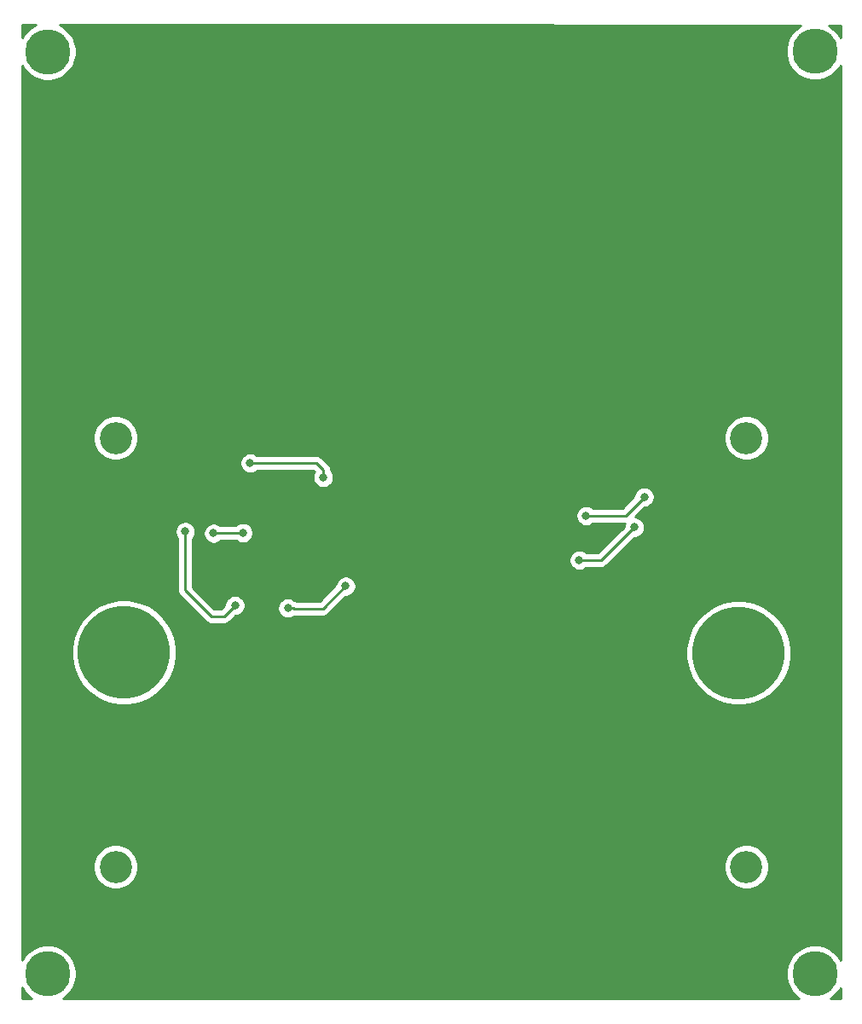
<source format=gbr>
G04 #@! TF.GenerationSoftware,KiCad,Pcbnew,(5.1.2)-2*
G04 #@! TF.CreationDate,2021-08-28T01:10:26-04:00*
G04 #@! TF.ProjectId,MAG_Plus,4d41475f-506c-4757-932e-6b696361645f,rev?*
G04 #@! TF.SameCoordinates,Original*
G04 #@! TF.FileFunction,Copper,L2,Bot*
G04 #@! TF.FilePolarity,Positive*
%FSLAX46Y46*%
G04 Gerber Fmt 4.6, Leading zero omitted, Abs format (unit mm)*
G04 Created by KiCad (PCBNEW (5.1.2)-2) date 2021-08-28 01:10:26*
%MOMM*%
%LPD*%
G04 APERTURE LIST*
%ADD10C,4.500000*%
%ADD11C,3.200000*%
%ADD12C,9.200000*%
%ADD13C,0.800000*%
%ADD14C,0.250000*%
%ADD15C,0.254000*%
G04 APERTURE END LIST*
D10*
X124830000Y-251710000D03*
X201020000Y-251680000D03*
D11*
X194230000Y-332680000D03*
X131610000Y-332680000D03*
X194230000Y-290090000D03*
X131610000Y-290090000D03*
D12*
X132420000Y-311380000D03*
X193440000Y-311410000D03*
D10*
X201030000Y-343290000D03*
X124830000Y-343280000D03*
D13*
X183110000Y-298940000D03*
X177640000Y-302210000D03*
X178310000Y-297800000D03*
X184080000Y-295940000D03*
X144220000Y-299500000D03*
X141320000Y-299540000D03*
X148700000Y-306960000D03*
X154440000Y-304790000D03*
X143450000Y-306700000D03*
X138510000Y-299370000D03*
X152220000Y-293980000D03*
X144950000Y-292560000D03*
D14*
X179810000Y-302210000D02*
X177640000Y-302210000D01*
X183110000Y-298940000D02*
X183080000Y-298940000D01*
X183080000Y-298940000D02*
X179810000Y-302210000D01*
X182220000Y-297800000D02*
X183680001Y-296339999D01*
X183680001Y-296339999D02*
X184080000Y-295940000D01*
X178310000Y-297800000D02*
X182220000Y-297800000D01*
X144220000Y-299500000D02*
X141360000Y-299500000D01*
X141360000Y-299500000D02*
X141320000Y-299540000D01*
X149265685Y-306960000D02*
X149315685Y-307010000D01*
X148700000Y-306960000D02*
X149265685Y-306960000D01*
X149315685Y-307010000D02*
X152170000Y-307010000D01*
X152170000Y-307010000D02*
X154390000Y-304790000D01*
X154390000Y-304790000D02*
X154440000Y-304790000D01*
X143450000Y-306700000D02*
X142380000Y-307770000D01*
X142380000Y-307770000D02*
X141070000Y-307770000D01*
X141070000Y-307770000D02*
X138510000Y-305210000D01*
X138510000Y-305210000D02*
X138510000Y-299370000D01*
X151540000Y-292560000D02*
X152220000Y-293240000D01*
X144950000Y-292560000D02*
X151540000Y-292560000D01*
X152220000Y-293240000D02*
X152220000Y-293980000D01*
D15*
G36*
X122589074Y-345119080D02*
G01*
X122990920Y-345520926D01*
X123288855Y-345720000D01*
X122280000Y-345720000D01*
X122280000Y-344656518D01*
X122589074Y-345119080D01*
X122589074Y-345119080D01*
G37*
X122589074Y-345119080D02*
X122990920Y-345520926D01*
X123288855Y-345720000D01*
X122280000Y-345720000D01*
X122280000Y-344656518D01*
X122589074Y-345119080D01*
G36*
X203560000Y-345720000D02*
G01*
X202586111Y-345720000D01*
X202869080Y-345530926D01*
X203270926Y-345129080D01*
X203560000Y-344696450D01*
X203560000Y-345720000D01*
X203560000Y-345720000D01*
G37*
X203560000Y-345720000D02*
X202586111Y-345720000D01*
X202869080Y-345530926D01*
X203270926Y-345129080D01*
X203560000Y-344696450D01*
X203560000Y-345720000D01*
G36*
X199636252Y-249134831D02*
G01*
X199180920Y-249439074D01*
X198779074Y-249840920D01*
X198463346Y-250313440D01*
X198245869Y-250838477D01*
X198135000Y-251395852D01*
X198135000Y-251964148D01*
X198245869Y-252521523D01*
X198463346Y-253046560D01*
X198779074Y-253519080D01*
X199180920Y-253920926D01*
X199653440Y-254236654D01*
X200178477Y-254454131D01*
X200735852Y-254565000D01*
X201304148Y-254565000D01*
X201861523Y-254454131D01*
X202386560Y-254236654D01*
X202859080Y-253920926D01*
X203260926Y-253519080D01*
X203560001Y-253071483D01*
X203560000Y-341883550D01*
X203270926Y-341450920D01*
X202869080Y-341049074D01*
X202396560Y-340733346D01*
X201871523Y-340515869D01*
X201314148Y-340405000D01*
X200745852Y-340405000D01*
X200188477Y-340515869D01*
X199663440Y-340733346D01*
X199190920Y-341049074D01*
X198789074Y-341450920D01*
X198473346Y-341923440D01*
X198255869Y-342448477D01*
X198145000Y-343005852D01*
X198145000Y-343574148D01*
X198255869Y-344131523D01*
X198473346Y-344656560D01*
X198789074Y-345129080D01*
X199190920Y-345530926D01*
X199473889Y-345720000D01*
X126371145Y-345720000D01*
X126669080Y-345520926D01*
X127070926Y-345119080D01*
X127386654Y-344646560D01*
X127604131Y-344121523D01*
X127715000Y-343564148D01*
X127715000Y-342995852D01*
X127604131Y-342438477D01*
X127386654Y-341913440D01*
X127070926Y-341440920D01*
X126669080Y-341039074D01*
X126196560Y-340723346D01*
X125671523Y-340505869D01*
X125114148Y-340395000D01*
X124545852Y-340395000D01*
X123988477Y-340505869D01*
X123463440Y-340723346D01*
X122990920Y-341039074D01*
X122589074Y-341440920D01*
X122280000Y-341903482D01*
X122280000Y-332459872D01*
X129375000Y-332459872D01*
X129375000Y-332900128D01*
X129460890Y-333331925D01*
X129629369Y-333738669D01*
X129873962Y-334104729D01*
X130185271Y-334416038D01*
X130551331Y-334660631D01*
X130958075Y-334829110D01*
X131389872Y-334915000D01*
X131830128Y-334915000D01*
X132261925Y-334829110D01*
X132668669Y-334660631D01*
X133034729Y-334416038D01*
X133346038Y-334104729D01*
X133590631Y-333738669D01*
X133759110Y-333331925D01*
X133845000Y-332900128D01*
X133845000Y-332459872D01*
X191995000Y-332459872D01*
X191995000Y-332900128D01*
X192080890Y-333331925D01*
X192249369Y-333738669D01*
X192493962Y-334104729D01*
X192805271Y-334416038D01*
X193171331Y-334660631D01*
X193578075Y-334829110D01*
X194009872Y-334915000D01*
X194450128Y-334915000D01*
X194881925Y-334829110D01*
X195288669Y-334660631D01*
X195654729Y-334416038D01*
X195966038Y-334104729D01*
X196210631Y-333738669D01*
X196379110Y-333331925D01*
X196465000Y-332900128D01*
X196465000Y-332459872D01*
X196379110Y-332028075D01*
X196210631Y-331621331D01*
X195966038Y-331255271D01*
X195654729Y-330943962D01*
X195288669Y-330699369D01*
X194881925Y-330530890D01*
X194450128Y-330445000D01*
X194009872Y-330445000D01*
X193578075Y-330530890D01*
X193171331Y-330699369D01*
X192805271Y-330943962D01*
X192493962Y-331255271D01*
X192249369Y-331621331D01*
X192080890Y-332028075D01*
X191995000Y-332459872D01*
X133845000Y-332459872D01*
X133759110Y-332028075D01*
X133590631Y-331621331D01*
X133346038Y-331255271D01*
X133034729Y-330943962D01*
X132668669Y-330699369D01*
X132261925Y-330530890D01*
X131830128Y-330445000D01*
X131389872Y-330445000D01*
X130958075Y-330530890D01*
X130551331Y-330699369D01*
X130185271Y-330943962D01*
X129873962Y-331255271D01*
X129629369Y-331621331D01*
X129460890Y-332028075D01*
X129375000Y-332459872D01*
X122280000Y-332459872D01*
X122280000Y-310864397D01*
X127185000Y-310864397D01*
X127185000Y-311895603D01*
X127386178Y-312906993D01*
X127780803Y-313859702D01*
X128353710Y-314717118D01*
X129082882Y-315446290D01*
X129940298Y-316019197D01*
X130893007Y-316413822D01*
X131904397Y-316615000D01*
X132935603Y-316615000D01*
X133946993Y-316413822D01*
X134899702Y-316019197D01*
X135757118Y-315446290D01*
X136486290Y-314717118D01*
X137059197Y-313859702D01*
X137453822Y-312906993D01*
X137655000Y-311895603D01*
X137655000Y-310894397D01*
X188205000Y-310894397D01*
X188205000Y-311925603D01*
X188406178Y-312936993D01*
X188800803Y-313889702D01*
X189373710Y-314747118D01*
X190102882Y-315476290D01*
X190960298Y-316049197D01*
X191913007Y-316443822D01*
X192924397Y-316645000D01*
X193955603Y-316645000D01*
X194966993Y-316443822D01*
X195919702Y-316049197D01*
X196777118Y-315476290D01*
X197506290Y-314747118D01*
X198079197Y-313889702D01*
X198473822Y-312936993D01*
X198675000Y-311925603D01*
X198675000Y-310894397D01*
X198473822Y-309883007D01*
X198079197Y-308930298D01*
X197506290Y-308072882D01*
X196777118Y-307343710D01*
X195919702Y-306770803D01*
X194966993Y-306376178D01*
X193955603Y-306175000D01*
X192924397Y-306175000D01*
X191913007Y-306376178D01*
X190960298Y-306770803D01*
X190102882Y-307343710D01*
X189373710Y-308072882D01*
X188800803Y-308930298D01*
X188406178Y-309883007D01*
X188205000Y-310894397D01*
X137655000Y-310894397D01*
X137655000Y-310864397D01*
X137453822Y-309853007D01*
X137059197Y-308900298D01*
X136486290Y-308042882D01*
X135757118Y-307313710D01*
X134899702Y-306740803D01*
X133946993Y-306346178D01*
X132935603Y-306145000D01*
X131904397Y-306145000D01*
X130893007Y-306346178D01*
X129940298Y-306740803D01*
X129082882Y-307313710D01*
X128353710Y-308042882D01*
X127780803Y-308900298D01*
X127386178Y-309853007D01*
X127185000Y-310864397D01*
X122280000Y-310864397D01*
X122280000Y-299268061D01*
X137475000Y-299268061D01*
X137475000Y-299471939D01*
X137514774Y-299671898D01*
X137592795Y-299860256D01*
X137706063Y-300029774D01*
X137750001Y-300073712D01*
X137750000Y-305172677D01*
X137746324Y-305210000D01*
X137750000Y-305247322D01*
X137750000Y-305247332D01*
X137760997Y-305358985D01*
X137788537Y-305449774D01*
X137804454Y-305502246D01*
X137875026Y-305634276D01*
X137900241Y-305665000D01*
X137969999Y-305750001D01*
X137999003Y-305773804D01*
X140506201Y-308281003D01*
X140529999Y-308310001D01*
X140645724Y-308404974D01*
X140777753Y-308475546D01*
X140921014Y-308519003D01*
X141032667Y-308530000D01*
X141032675Y-308530000D01*
X141070000Y-308533676D01*
X141107325Y-308530000D01*
X142342678Y-308530000D01*
X142380000Y-308533676D01*
X142417322Y-308530000D01*
X142417333Y-308530000D01*
X142528986Y-308519003D01*
X142672247Y-308475546D01*
X142804276Y-308404974D01*
X142920001Y-308310001D01*
X142943804Y-308280998D01*
X143489802Y-307735000D01*
X143551939Y-307735000D01*
X143751898Y-307695226D01*
X143940256Y-307617205D01*
X144109774Y-307503937D01*
X144253937Y-307359774D01*
X144367205Y-307190256D01*
X144445226Y-307001898D01*
X144473836Y-306858061D01*
X147665000Y-306858061D01*
X147665000Y-307061939D01*
X147704774Y-307261898D01*
X147782795Y-307450256D01*
X147896063Y-307619774D01*
X148040226Y-307763937D01*
X148209744Y-307877205D01*
X148398102Y-307955226D01*
X148598061Y-307995000D01*
X148801939Y-307995000D01*
X149001898Y-307955226D01*
X149190256Y-307877205D01*
X149350301Y-307770267D01*
X149353010Y-307770000D01*
X152132678Y-307770000D01*
X152170000Y-307773676D01*
X152207322Y-307770000D01*
X152207333Y-307770000D01*
X152318986Y-307759003D01*
X152462247Y-307715546D01*
X152594276Y-307644974D01*
X152710001Y-307550001D01*
X152733804Y-307520997D01*
X154429802Y-305825000D01*
X154541939Y-305825000D01*
X154741898Y-305785226D01*
X154930256Y-305707205D01*
X155099774Y-305593937D01*
X155243937Y-305449774D01*
X155357205Y-305280256D01*
X155435226Y-305091898D01*
X155475000Y-304891939D01*
X155475000Y-304688061D01*
X155435226Y-304488102D01*
X155357205Y-304299744D01*
X155243937Y-304130226D01*
X155099774Y-303986063D01*
X154930256Y-303872795D01*
X154741898Y-303794774D01*
X154541939Y-303755000D01*
X154338061Y-303755000D01*
X154138102Y-303794774D01*
X153949744Y-303872795D01*
X153780226Y-303986063D01*
X153636063Y-304130226D01*
X153522795Y-304299744D01*
X153444774Y-304488102D01*
X153405000Y-304688061D01*
X153405000Y-304700198D01*
X151855199Y-306250000D01*
X149543249Y-306250000D01*
X149414724Y-306211013D01*
X149359774Y-306156063D01*
X149190256Y-306042795D01*
X149001898Y-305964774D01*
X148801939Y-305925000D01*
X148598061Y-305925000D01*
X148398102Y-305964774D01*
X148209744Y-306042795D01*
X148040226Y-306156063D01*
X147896063Y-306300226D01*
X147782795Y-306469744D01*
X147704774Y-306658102D01*
X147665000Y-306858061D01*
X144473836Y-306858061D01*
X144485000Y-306801939D01*
X144485000Y-306598061D01*
X144445226Y-306398102D01*
X144367205Y-306209744D01*
X144253937Y-306040226D01*
X144109774Y-305896063D01*
X143940256Y-305782795D01*
X143751898Y-305704774D01*
X143551939Y-305665000D01*
X143348061Y-305665000D01*
X143148102Y-305704774D01*
X142959744Y-305782795D01*
X142790226Y-305896063D01*
X142646063Y-306040226D01*
X142532795Y-306209744D01*
X142454774Y-306398102D01*
X142415000Y-306598061D01*
X142415000Y-306660198D01*
X142065199Y-307010000D01*
X141384802Y-307010000D01*
X139270000Y-304895199D01*
X139270000Y-302108061D01*
X176605000Y-302108061D01*
X176605000Y-302311939D01*
X176644774Y-302511898D01*
X176722795Y-302700256D01*
X176836063Y-302869774D01*
X176980226Y-303013937D01*
X177149744Y-303127205D01*
X177338102Y-303205226D01*
X177538061Y-303245000D01*
X177741939Y-303245000D01*
X177941898Y-303205226D01*
X178130256Y-303127205D01*
X178299774Y-303013937D01*
X178343711Y-302970000D01*
X179772678Y-302970000D01*
X179810000Y-302973676D01*
X179847322Y-302970000D01*
X179847333Y-302970000D01*
X179958986Y-302959003D01*
X180102247Y-302915546D01*
X180234276Y-302844974D01*
X180350001Y-302750001D01*
X180373804Y-302720997D01*
X183119802Y-299975000D01*
X183211939Y-299975000D01*
X183411898Y-299935226D01*
X183600256Y-299857205D01*
X183769774Y-299743937D01*
X183913937Y-299599774D01*
X184027205Y-299430256D01*
X184105226Y-299241898D01*
X184145000Y-299041939D01*
X184145000Y-298838061D01*
X184105226Y-298638102D01*
X184027205Y-298449744D01*
X183913937Y-298280226D01*
X183769774Y-298136063D01*
X183600256Y-298022795D01*
X183411898Y-297944774D01*
X183211939Y-297905000D01*
X183189801Y-297905000D01*
X184119802Y-296975000D01*
X184181939Y-296975000D01*
X184381898Y-296935226D01*
X184570256Y-296857205D01*
X184739774Y-296743937D01*
X184883937Y-296599774D01*
X184997205Y-296430256D01*
X185075226Y-296241898D01*
X185115000Y-296041939D01*
X185115000Y-295838061D01*
X185075226Y-295638102D01*
X184997205Y-295449744D01*
X184883937Y-295280226D01*
X184739774Y-295136063D01*
X184570256Y-295022795D01*
X184381898Y-294944774D01*
X184181939Y-294905000D01*
X183978061Y-294905000D01*
X183778102Y-294944774D01*
X183589744Y-295022795D01*
X183420226Y-295136063D01*
X183276063Y-295280226D01*
X183162795Y-295449744D01*
X183084774Y-295638102D01*
X183045000Y-295838061D01*
X183045000Y-295900198D01*
X181905199Y-297040000D01*
X179013711Y-297040000D01*
X178969774Y-296996063D01*
X178800256Y-296882795D01*
X178611898Y-296804774D01*
X178411939Y-296765000D01*
X178208061Y-296765000D01*
X178008102Y-296804774D01*
X177819744Y-296882795D01*
X177650226Y-296996063D01*
X177506063Y-297140226D01*
X177392795Y-297309744D01*
X177314774Y-297498102D01*
X177275000Y-297698061D01*
X177275000Y-297901939D01*
X177314774Y-298101898D01*
X177392795Y-298290256D01*
X177506063Y-298459774D01*
X177650226Y-298603937D01*
X177819744Y-298717205D01*
X178008102Y-298795226D01*
X178208061Y-298835000D01*
X178411939Y-298835000D01*
X178611898Y-298795226D01*
X178800256Y-298717205D01*
X178969774Y-298603937D01*
X179013711Y-298560000D01*
X182147125Y-298560000D01*
X182114774Y-298638102D01*
X182075000Y-298838061D01*
X182075000Y-298870198D01*
X179495199Y-301450000D01*
X178343711Y-301450000D01*
X178299774Y-301406063D01*
X178130256Y-301292795D01*
X177941898Y-301214774D01*
X177741939Y-301175000D01*
X177538061Y-301175000D01*
X177338102Y-301214774D01*
X177149744Y-301292795D01*
X176980226Y-301406063D01*
X176836063Y-301550226D01*
X176722795Y-301719744D01*
X176644774Y-301908102D01*
X176605000Y-302108061D01*
X139270000Y-302108061D01*
X139270000Y-300073711D01*
X139313937Y-300029774D01*
X139427205Y-299860256D01*
X139505226Y-299671898D01*
X139545000Y-299471939D01*
X139545000Y-299438061D01*
X140285000Y-299438061D01*
X140285000Y-299641939D01*
X140324774Y-299841898D01*
X140402795Y-300030256D01*
X140516063Y-300199774D01*
X140660226Y-300343937D01*
X140829744Y-300457205D01*
X141018102Y-300535226D01*
X141218061Y-300575000D01*
X141421939Y-300575000D01*
X141621898Y-300535226D01*
X141810256Y-300457205D01*
X141979774Y-300343937D01*
X142063711Y-300260000D01*
X143516289Y-300260000D01*
X143560226Y-300303937D01*
X143729744Y-300417205D01*
X143918102Y-300495226D01*
X144118061Y-300535000D01*
X144321939Y-300535000D01*
X144521898Y-300495226D01*
X144710256Y-300417205D01*
X144879774Y-300303937D01*
X145023937Y-300159774D01*
X145137205Y-299990256D01*
X145215226Y-299801898D01*
X145255000Y-299601939D01*
X145255000Y-299398061D01*
X145215226Y-299198102D01*
X145137205Y-299009744D01*
X145023937Y-298840226D01*
X144879774Y-298696063D01*
X144710256Y-298582795D01*
X144521898Y-298504774D01*
X144321939Y-298465000D01*
X144118061Y-298465000D01*
X143918102Y-298504774D01*
X143729744Y-298582795D01*
X143560226Y-298696063D01*
X143516289Y-298740000D01*
X141983711Y-298740000D01*
X141979774Y-298736063D01*
X141810256Y-298622795D01*
X141621898Y-298544774D01*
X141421939Y-298505000D01*
X141218061Y-298505000D01*
X141018102Y-298544774D01*
X140829744Y-298622795D01*
X140660226Y-298736063D01*
X140516063Y-298880226D01*
X140402795Y-299049744D01*
X140324774Y-299238102D01*
X140285000Y-299438061D01*
X139545000Y-299438061D01*
X139545000Y-299268061D01*
X139505226Y-299068102D01*
X139427205Y-298879744D01*
X139313937Y-298710226D01*
X139169774Y-298566063D01*
X139000256Y-298452795D01*
X138811898Y-298374774D01*
X138611939Y-298335000D01*
X138408061Y-298335000D01*
X138208102Y-298374774D01*
X138019744Y-298452795D01*
X137850226Y-298566063D01*
X137706063Y-298710226D01*
X137592795Y-298879744D01*
X137514774Y-299068102D01*
X137475000Y-299268061D01*
X122280000Y-299268061D01*
X122280000Y-292458061D01*
X143915000Y-292458061D01*
X143915000Y-292661939D01*
X143954774Y-292861898D01*
X144032795Y-293050256D01*
X144146063Y-293219774D01*
X144290226Y-293363937D01*
X144459744Y-293477205D01*
X144648102Y-293555226D01*
X144848061Y-293595000D01*
X145051939Y-293595000D01*
X145251898Y-293555226D01*
X145440256Y-293477205D01*
X145609774Y-293363937D01*
X145653711Y-293320000D01*
X151225199Y-293320000D01*
X151339704Y-293434506D01*
X151302795Y-293489744D01*
X151224774Y-293678102D01*
X151185000Y-293878061D01*
X151185000Y-294081939D01*
X151224774Y-294281898D01*
X151302795Y-294470256D01*
X151416063Y-294639774D01*
X151560226Y-294783937D01*
X151729744Y-294897205D01*
X151918102Y-294975226D01*
X152118061Y-295015000D01*
X152321939Y-295015000D01*
X152521898Y-294975226D01*
X152710256Y-294897205D01*
X152879774Y-294783937D01*
X153023937Y-294639774D01*
X153137205Y-294470256D01*
X153215226Y-294281898D01*
X153255000Y-294081939D01*
X153255000Y-293878061D01*
X153215226Y-293678102D01*
X153137205Y-293489744D01*
X153023937Y-293320226D01*
X152980093Y-293276382D01*
X152983676Y-293239999D01*
X152980000Y-293202676D01*
X152980000Y-293202667D01*
X152969003Y-293091014D01*
X152925546Y-292947753D01*
X152854974Y-292815724D01*
X152760001Y-292699999D01*
X152731004Y-292676202D01*
X152103803Y-292049002D01*
X152080001Y-292019999D01*
X151964276Y-291925026D01*
X151832247Y-291854454D01*
X151688986Y-291810997D01*
X151577333Y-291800000D01*
X151577322Y-291800000D01*
X151540000Y-291796324D01*
X151502678Y-291800000D01*
X145653711Y-291800000D01*
X145609774Y-291756063D01*
X145440256Y-291642795D01*
X145251898Y-291564774D01*
X145051939Y-291525000D01*
X144848061Y-291525000D01*
X144648102Y-291564774D01*
X144459744Y-291642795D01*
X144290226Y-291756063D01*
X144146063Y-291900226D01*
X144032795Y-292069744D01*
X143954774Y-292258102D01*
X143915000Y-292458061D01*
X122280000Y-292458061D01*
X122280000Y-289869872D01*
X129375000Y-289869872D01*
X129375000Y-290310128D01*
X129460890Y-290741925D01*
X129629369Y-291148669D01*
X129873962Y-291514729D01*
X130185271Y-291826038D01*
X130551331Y-292070631D01*
X130958075Y-292239110D01*
X131389872Y-292325000D01*
X131830128Y-292325000D01*
X132261925Y-292239110D01*
X132668669Y-292070631D01*
X133034729Y-291826038D01*
X133346038Y-291514729D01*
X133590631Y-291148669D01*
X133759110Y-290741925D01*
X133845000Y-290310128D01*
X133845000Y-289869872D01*
X191995000Y-289869872D01*
X191995000Y-290310128D01*
X192080890Y-290741925D01*
X192249369Y-291148669D01*
X192493962Y-291514729D01*
X192805271Y-291826038D01*
X193171331Y-292070631D01*
X193578075Y-292239110D01*
X194009872Y-292325000D01*
X194450128Y-292325000D01*
X194881925Y-292239110D01*
X195288669Y-292070631D01*
X195654729Y-291826038D01*
X195966038Y-291514729D01*
X196210631Y-291148669D01*
X196379110Y-290741925D01*
X196465000Y-290310128D01*
X196465000Y-289869872D01*
X196379110Y-289438075D01*
X196210631Y-289031331D01*
X195966038Y-288665271D01*
X195654729Y-288353962D01*
X195288669Y-288109369D01*
X194881925Y-287940890D01*
X194450128Y-287855000D01*
X194009872Y-287855000D01*
X193578075Y-287940890D01*
X193171331Y-288109369D01*
X192805271Y-288353962D01*
X192493962Y-288665271D01*
X192249369Y-289031331D01*
X192080890Y-289438075D01*
X191995000Y-289869872D01*
X133845000Y-289869872D01*
X133759110Y-289438075D01*
X133590631Y-289031331D01*
X133346038Y-288665271D01*
X133034729Y-288353962D01*
X132668669Y-288109369D01*
X132261925Y-287940890D01*
X131830128Y-287855000D01*
X131389872Y-287855000D01*
X130958075Y-287940890D01*
X130551331Y-288109369D01*
X130185271Y-288353962D01*
X129873962Y-288665271D01*
X129629369Y-289031331D01*
X129460890Y-289438075D01*
X129375000Y-289869872D01*
X122280000Y-289869872D01*
X122280000Y-253086518D01*
X122589074Y-253549080D01*
X122990920Y-253950926D01*
X123463440Y-254266654D01*
X123988477Y-254484131D01*
X124545852Y-254595000D01*
X125114148Y-254595000D01*
X125671523Y-254484131D01*
X126196560Y-254266654D01*
X126669080Y-253950926D01*
X127070926Y-253549080D01*
X127386654Y-253076560D01*
X127604131Y-252551523D01*
X127715000Y-251994148D01*
X127715000Y-251425852D01*
X127604131Y-250868477D01*
X127386654Y-250343440D01*
X127070926Y-249870920D01*
X126669080Y-249469074D01*
X126196560Y-249153346D01*
X126019487Y-249080000D01*
X151019644Y-249080000D01*
X199636252Y-249134831D01*
X199636252Y-249134831D01*
G37*
X199636252Y-249134831D02*
X199180920Y-249439074D01*
X198779074Y-249840920D01*
X198463346Y-250313440D01*
X198245869Y-250838477D01*
X198135000Y-251395852D01*
X198135000Y-251964148D01*
X198245869Y-252521523D01*
X198463346Y-253046560D01*
X198779074Y-253519080D01*
X199180920Y-253920926D01*
X199653440Y-254236654D01*
X200178477Y-254454131D01*
X200735852Y-254565000D01*
X201304148Y-254565000D01*
X201861523Y-254454131D01*
X202386560Y-254236654D01*
X202859080Y-253920926D01*
X203260926Y-253519080D01*
X203560001Y-253071483D01*
X203560000Y-341883550D01*
X203270926Y-341450920D01*
X202869080Y-341049074D01*
X202396560Y-340733346D01*
X201871523Y-340515869D01*
X201314148Y-340405000D01*
X200745852Y-340405000D01*
X200188477Y-340515869D01*
X199663440Y-340733346D01*
X199190920Y-341049074D01*
X198789074Y-341450920D01*
X198473346Y-341923440D01*
X198255869Y-342448477D01*
X198145000Y-343005852D01*
X198145000Y-343574148D01*
X198255869Y-344131523D01*
X198473346Y-344656560D01*
X198789074Y-345129080D01*
X199190920Y-345530926D01*
X199473889Y-345720000D01*
X126371145Y-345720000D01*
X126669080Y-345520926D01*
X127070926Y-345119080D01*
X127386654Y-344646560D01*
X127604131Y-344121523D01*
X127715000Y-343564148D01*
X127715000Y-342995852D01*
X127604131Y-342438477D01*
X127386654Y-341913440D01*
X127070926Y-341440920D01*
X126669080Y-341039074D01*
X126196560Y-340723346D01*
X125671523Y-340505869D01*
X125114148Y-340395000D01*
X124545852Y-340395000D01*
X123988477Y-340505869D01*
X123463440Y-340723346D01*
X122990920Y-341039074D01*
X122589074Y-341440920D01*
X122280000Y-341903482D01*
X122280000Y-332459872D01*
X129375000Y-332459872D01*
X129375000Y-332900128D01*
X129460890Y-333331925D01*
X129629369Y-333738669D01*
X129873962Y-334104729D01*
X130185271Y-334416038D01*
X130551331Y-334660631D01*
X130958075Y-334829110D01*
X131389872Y-334915000D01*
X131830128Y-334915000D01*
X132261925Y-334829110D01*
X132668669Y-334660631D01*
X133034729Y-334416038D01*
X133346038Y-334104729D01*
X133590631Y-333738669D01*
X133759110Y-333331925D01*
X133845000Y-332900128D01*
X133845000Y-332459872D01*
X191995000Y-332459872D01*
X191995000Y-332900128D01*
X192080890Y-333331925D01*
X192249369Y-333738669D01*
X192493962Y-334104729D01*
X192805271Y-334416038D01*
X193171331Y-334660631D01*
X193578075Y-334829110D01*
X194009872Y-334915000D01*
X194450128Y-334915000D01*
X194881925Y-334829110D01*
X195288669Y-334660631D01*
X195654729Y-334416038D01*
X195966038Y-334104729D01*
X196210631Y-333738669D01*
X196379110Y-333331925D01*
X196465000Y-332900128D01*
X196465000Y-332459872D01*
X196379110Y-332028075D01*
X196210631Y-331621331D01*
X195966038Y-331255271D01*
X195654729Y-330943962D01*
X195288669Y-330699369D01*
X194881925Y-330530890D01*
X194450128Y-330445000D01*
X194009872Y-330445000D01*
X193578075Y-330530890D01*
X193171331Y-330699369D01*
X192805271Y-330943962D01*
X192493962Y-331255271D01*
X192249369Y-331621331D01*
X192080890Y-332028075D01*
X191995000Y-332459872D01*
X133845000Y-332459872D01*
X133759110Y-332028075D01*
X133590631Y-331621331D01*
X133346038Y-331255271D01*
X133034729Y-330943962D01*
X132668669Y-330699369D01*
X132261925Y-330530890D01*
X131830128Y-330445000D01*
X131389872Y-330445000D01*
X130958075Y-330530890D01*
X130551331Y-330699369D01*
X130185271Y-330943962D01*
X129873962Y-331255271D01*
X129629369Y-331621331D01*
X129460890Y-332028075D01*
X129375000Y-332459872D01*
X122280000Y-332459872D01*
X122280000Y-310864397D01*
X127185000Y-310864397D01*
X127185000Y-311895603D01*
X127386178Y-312906993D01*
X127780803Y-313859702D01*
X128353710Y-314717118D01*
X129082882Y-315446290D01*
X129940298Y-316019197D01*
X130893007Y-316413822D01*
X131904397Y-316615000D01*
X132935603Y-316615000D01*
X133946993Y-316413822D01*
X134899702Y-316019197D01*
X135757118Y-315446290D01*
X136486290Y-314717118D01*
X137059197Y-313859702D01*
X137453822Y-312906993D01*
X137655000Y-311895603D01*
X137655000Y-310894397D01*
X188205000Y-310894397D01*
X188205000Y-311925603D01*
X188406178Y-312936993D01*
X188800803Y-313889702D01*
X189373710Y-314747118D01*
X190102882Y-315476290D01*
X190960298Y-316049197D01*
X191913007Y-316443822D01*
X192924397Y-316645000D01*
X193955603Y-316645000D01*
X194966993Y-316443822D01*
X195919702Y-316049197D01*
X196777118Y-315476290D01*
X197506290Y-314747118D01*
X198079197Y-313889702D01*
X198473822Y-312936993D01*
X198675000Y-311925603D01*
X198675000Y-310894397D01*
X198473822Y-309883007D01*
X198079197Y-308930298D01*
X197506290Y-308072882D01*
X196777118Y-307343710D01*
X195919702Y-306770803D01*
X194966993Y-306376178D01*
X193955603Y-306175000D01*
X192924397Y-306175000D01*
X191913007Y-306376178D01*
X190960298Y-306770803D01*
X190102882Y-307343710D01*
X189373710Y-308072882D01*
X188800803Y-308930298D01*
X188406178Y-309883007D01*
X188205000Y-310894397D01*
X137655000Y-310894397D01*
X137655000Y-310864397D01*
X137453822Y-309853007D01*
X137059197Y-308900298D01*
X136486290Y-308042882D01*
X135757118Y-307313710D01*
X134899702Y-306740803D01*
X133946993Y-306346178D01*
X132935603Y-306145000D01*
X131904397Y-306145000D01*
X130893007Y-306346178D01*
X129940298Y-306740803D01*
X129082882Y-307313710D01*
X128353710Y-308042882D01*
X127780803Y-308900298D01*
X127386178Y-309853007D01*
X127185000Y-310864397D01*
X122280000Y-310864397D01*
X122280000Y-299268061D01*
X137475000Y-299268061D01*
X137475000Y-299471939D01*
X137514774Y-299671898D01*
X137592795Y-299860256D01*
X137706063Y-300029774D01*
X137750001Y-300073712D01*
X137750000Y-305172677D01*
X137746324Y-305210000D01*
X137750000Y-305247322D01*
X137750000Y-305247332D01*
X137760997Y-305358985D01*
X137788537Y-305449774D01*
X137804454Y-305502246D01*
X137875026Y-305634276D01*
X137900241Y-305665000D01*
X137969999Y-305750001D01*
X137999003Y-305773804D01*
X140506201Y-308281003D01*
X140529999Y-308310001D01*
X140645724Y-308404974D01*
X140777753Y-308475546D01*
X140921014Y-308519003D01*
X141032667Y-308530000D01*
X141032675Y-308530000D01*
X141070000Y-308533676D01*
X141107325Y-308530000D01*
X142342678Y-308530000D01*
X142380000Y-308533676D01*
X142417322Y-308530000D01*
X142417333Y-308530000D01*
X142528986Y-308519003D01*
X142672247Y-308475546D01*
X142804276Y-308404974D01*
X142920001Y-308310001D01*
X142943804Y-308280998D01*
X143489802Y-307735000D01*
X143551939Y-307735000D01*
X143751898Y-307695226D01*
X143940256Y-307617205D01*
X144109774Y-307503937D01*
X144253937Y-307359774D01*
X144367205Y-307190256D01*
X144445226Y-307001898D01*
X144473836Y-306858061D01*
X147665000Y-306858061D01*
X147665000Y-307061939D01*
X147704774Y-307261898D01*
X147782795Y-307450256D01*
X147896063Y-307619774D01*
X148040226Y-307763937D01*
X148209744Y-307877205D01*
X148398102Y-307955226D01*
X148598061Y-307995000D01*
X148801939Y-307995000D01*
X149001898Y-307955226D01*
X149190256Y-307877205D01*
X149350301Y-307770267D01*
X149353010Y-307770000D01*
X152132678Y-307770000D01*
X152170000Y-307773676D01*
X152207322Y-307770000D01*
X152207333Y-307770000D01*
X152318986Y-307759003D01*
X152462247Y-307715546D01*
X152594276Y-307644974D01*
X152710001Y-307550001D01*
X152733804Y-307520997D01*
X154429802Y-305825000D01*
X154541939Y-305825000D01*
X154741898Y-305785226D01*
X154930256Y-305707205D01*
X155099774Y-305593937D01*
X155243937Y-305449774D01*
X155357205Y-305280256D01*
X155435226Y-305091898D01*
X155475000Y-304891939D01*
X155475000Y-304688061D01*
X155435226Y-304488102D01*
X155357205Y-304299744D01*
X155243937Y-304130226D01*
X155099774Y-303986063D01*
X154930256Y-303872795D01*
X154741898Y-303794774D01*
X154541939Y-303755000D01*
X154338061Y-303755000D01*
X154138102Y-303794774D01*
X153949744Y-303872795D01*
X153780226Y-303986063D01*
X153636063Y-304130226D01*
X153522795Y-304299744D01*
X153444774Y-304488102D01*
X153405000Y-304688061D01*
X153405000Y-304700198D01*
X151855199Y-306250000D01*
X149543249Y-306250000D01*
X149414724Y-306211013D01*
X149359774Y-306156063D01*
X149190256Y-306042795D01*
X149001898Y-305964774D01*
X148801939Y-305925000D01*
X148598061Y-305925000D01*
X148398102Y-305964774D01*
X148209744Y-306042795D01*
X148040226Y-306156063D01*
X147896063Y-306300226D01*
X147782795Y-306469744D01*
X147704774Y-306658102D01*
X147665000Y-306858061D01*
X144473836Y-306858061D01*
X144485000Y-306801939D01*
X144485000Y-306598061D01*
X144445226Y-306398102D01*
X144367205Y-306209744D01*
X144253937Y-306040226D01*
X144109774Y-305896063D01*
X143940256Y-305782795D01*
X143751898Y-305704774D01*
X143551939Y-305665000D01*
X143348061Y-305665000D01*
X143148102Y-305704774D01*
X142959744Y-305782795D01*
X142790226Y-305896063D01*
X142646063Y-306040226D01*
X142532795Y-306209744D01*
X142454774Y-306398102D01*
X142415000Y-306598061D01*
X142415000Y-306660198D01*
X142065199Y-307010000D01*
X141384802Y-307010000D01*
X139270000Y-304895199D01*
X139270000Y-302108061D01*
X176605000Y-302108061D01*
X176605000Y-302311939D01*
X176644774Y-302511898D01*
X176722795Y-302700256D01*
X176836063Y-302869774D01*
X176980226Y-303013937D01*
X177149744Y-303127205D01*
X177338102Y-303205226D01*
X177538061Y-303245000D01*
X177741939Y-303245000D01*
X177941898Y-303205226D01*
X178130256Y-303127205D01*
X178299774Y-303013937D01*
X178343711Y-302970000D01*
X179772678Y-302970000D01*
X179810000Y-302973676D01*
X179847322Y-302970000D01*
X179847333Y-302970000D01*
X179958986Y-302959003D01*
X180102247Y-302915546D01*
X180234276Y-302844974D01*
X180350001Y-302750001D01*
X180373804Y-302720997D01*
X183119802Y-299975000D01*
X183211939Y-299975000D01*
X183411898Y-299935226D01*
X183600256Y-299857205D01*
X183769774Y-299743937D01*
X183913937Y-299599774D01*
X184027205Y-299430256D01*
X184105226Y-299241898D01*
X184145000Y-299041939D01*
X184145000Y-298838061D01*
X184105226Y-298638102D01*
X184027205Y-298449744D01*
X183913937Y-298280226D01*
X183769774Y-298136063D01*
X183600256Y-298022795D01*
X183411898Y-297944774D01*
X183211939Y-297905000D01*
X183189801Y-297905000D01*
X184119802Y-296975000D01*
X184181939Y-296975000D01*
X184381898Y-296935226D01*
X184570256Y-296857205D01*
X184739774Y-296743937D01*
X184883937Y-296599774D01*
X184997205Y-296430256D01*
X185075226Y-296241898D01*
X185115000Y-296041939D01*
X185115000Y-295838061D01*
X185075226Y-295638102D01*
X184997205Y-295449744D01*
X184883937Y-295280226D01*
X184739774Y-295136063D01*
X184570256Y-295022795D01*
X184381898Y-294944774D01*
X184181939Y-294905000D01*
X183978061Y-294905000D01*
X183778102Y-294944774D01*
X183589744Y-295022795D01*
X183420226Y-295136063D01*
X183276063Y-295280226D01*
X183162795Y-295449744D01*
X183084774Y-295638102D01*
X183045000Y-295838061D01*
X183045000Y-295900198D01*
X181905199Y-297040000D01*
X179013711Y-297040000D01*
X178969774Y-296996063D01*
X178800256Y-296882795D01*
X178611898Y-296804774D01*
X178411939Y-296765000D01*
X178208061Y-296765000D01*
X178008102Y-296804774D01*
X177819744Y-296882795D01*
X177650226Y-296996063D01*
X177506063Y-297140226D01*
X177392795Y-297309744D01*
X177314774Y-297498102D01*
X177275000Y-297698061D01*
X177275000Y-297901939D01*
X177314774Y-298101898D01*
X177392795Y-298290256D01*
X177506063Y-298459774D01*
X177650226Y-298603937D01*
X177819744Y-298717205D01*
X178008102Y-298795226D01*
X178208061Y-298835000D01*
X178411939Y-298835000D01*
X178611898Y-298795226D01*
X178800256Y-298717205D01*
X178969774Y-298603937D01*
X179013711Y-298560000D01*
X182147125Y-298560000D01*
X182114774Y-298638102D01*
X182075000Y-298838061D01*
X182075000Y-298870198D01*
X179495199Y-301450000D01*
X178343711Y-301450000D01*
X178299774Y-301406063D01*
X178130256Y-301292795D01*
X177941898Y-301214774D01*
X177741939Y-301175000D01*
X177538061Y-301175000D01*
X177338102Y-301214774D01*
X177149744Y-301292795D01*
X176980226Y-301406063D01*
X176836063Y-301550226D01*
X176722795Y-301719744D01*
X176644774Y-301908102D01*
X176605000Y-302108061D01*
X139270000Y-302108061D01*
X139270000Y-300073711D01*
X139313937Y-300029774D01*
X139427205Y-299860256D01*
X139505226Y-299671898D01*
X139545000Y-299471939D01*
X139545000Y-299438061D01*
X140285000Y-299438061D01*
X140285000Y-299641939D01*
X140324774Y-299841898D01*
X140402795Y-300030256D01*
X140516063Y-300199774D01*
X140660226Y-300343937D01*
X140829744Y-300457205D01*
X141018102Y-300535226D01*
X141218061Y-300575000D01*
X141421939Y-300575000D01*
X141621898Y-300535226D01*
X141810256Y-300457205D01*
X141979774Y-300343937D01*
X142063711Y-300260000D01*
X143516289Y-300260000D01*
X143560226Y-300303937D01*
X143729744Y-300417205D01*
X143918102Y-300495226D01*
X144118061Y-300535000D01*
X144321939Y-300535000D01*
X144521898Y-300495226D01*
X144710256Y-300417205D01*
X144879774Y-300303937D01*
X145023937Y-300159774D01*
X145137205Y-299990256D01*
X145215226Y-299801898D01*
X145255000Y-299601939D01*
X145255000Y-299398061D01*
X145215226Y-299198102D01*
X145137205Y-299009744D01*
X145023937Y-298840226D01*
X144879774Y-298696063D01*
X144710256Y-298582795D01*
X144521898Y-298504774D01*
X144321939Y-298465000D01*
X144118061Y-298465000D01*
X143918102Y-298504774D01*
X143729744Y-298582795D01*
X143560226Y-298696063D01*
X143516289Y-298740000D01*
X141983711Y-298740000D01*
X141979774Y-298736063D01*
X141810256Y-298622795D01*
X141621898Y-298544774D01*
X141421939Y-298505000D01*
X141218061Y-298505000D01*
X141018102Y-298544774D01*
X140829744Y-298622795D01*
X140660226Y-298736063D01*
X140516063Y-298880226D01*
X140402795Y-299049744D01*
X140324774Y-299238102D01*
X140285000Y-299438061D01*
X139545000Y-299438061D01*
X139545000Y-299268061D01*
X139505226Y-299068102D01*
X139427205Y-298879744D01*
X139313937Y-298710226D01*
X139169774Y-298566063D01*
X139000256Y-298452795D01*
X138811898Y-298374774D01*
X138611939Y-298335000D01*
X138408061Y-298335000D01*
X138208102Y-298374774D01*
X138019744Y-298452795D01*
X137850226Y-298566063D01*
X137706063Y-298710226D01*
X137592795Y-298879744D01*
X137514774Y-299068102D01*
X137475000Y-299268061D01*
X122280000Y-299268061D01*
X122280000Y-292458061D01*
X143915000Y-292458061D01*
X143915000Y-292661939D01*
X143954774Y-292861898D01*
X144032795Y-293050256D01*
X144146063Y-293219774D01*
X144290226Y-293363937D01*
X144459744Y-293477205D01*
X144648102Y-293555226D01*
X144848061Y-293595000D01*
X145051939Y-293595000D01*
X145251898Y-293555226D01*
X145440256Y-293477205D01*
X145609774Y-293363937D01*
X145653711Y-293320000D01*
X151225199Y-293320000D01*
X151339704Y-293434506D01*
X151302795Y-293489744D01*
X151224774Y-293678102D01*
X151185000Y-293878061D01*
X151185000Y-294081939D01*
X151224774Y-294281898D01*
X151302795Y-294470256D01*
X151416063Y-294639774D01*
X151560226Y-294783937D01*
X151729744Y-294897205D01*
X151918102Y-294975226D01*
X152118061Y-295015000D01*
X152321939Y-295015000D01*
X152521898Y-294975226D01*
X152710256Y-294897205D01*
X152879774Y-294783937D01*
X153023937Y-294639774D01*
X153137205Y-294470256D01*
X153215226Y-294281898D01*
X153255000Y-294081939D01*
X153255000Y-293878061D01*
X153215226Y-293678102D01*
X153137205Y-293489744D01*
X153023937Y-293320226D01*
X152980093Y-293276382D01*
X152983676Y-293239999D01*
X152980000Y-293202676D01*
X152980000Y-293202667D01*
X152969003Y-293091014D01*
X152925546Y-292947753D01*
X152854974Y-292815724D01*
X152760001Y-292699999D01*
X152731004Y-292676202D01*
X152103803Y-292049002D01*
X152080001Y-292019999D01*
X151964276Y-291925026D01*
X151832247Y-291854454D01*
X151688986Y-291810997D01*
X151577333Y-291800000D01*
X151577322Y-291800000D01*
X151540000Y-291796324D01*
X151502678Y-291800000D01*
X145653711Y-291800000D01*
X145609774Y-291756063D01*
X145440256Y-291642795D01*
X145251898Y-291564774D01*
X145051939Y-291525000D01*
X144848061Y-291525000D01*
X144648102Y-291564774D01*
X144459744Y-291642795D01*
X144290226Y-291756063D01*
X144146063Y-291900226D01*
X144032795Y-292069744D01*
X143954774Y-292258102D01*
X143915000Y-292458061D01*
X122280000Y-292458061D01*
X122280000Y-289869872D01*
X129375000Y-289869872D01*
X129375000Y-290310128D01*
X129460890Y-290741925D01*
X129629369Y-291148669D01*
X129873962Y-291514729D01*
X130185271Y-291826038D01*
X130551331Y-292070631D01*
X130958075Y-292239110D01*
X131389872Y-292325000D01*
X131830128Y-292325000D01*
X132261925Y-292239110D01*
X132668669Y-292070631D01*
X133034729Y-291826038D01*
X133346038Y-291514729D01*
X133590631Y-291148669D01*
X133759110Y-290741925D01*
X133845000Y-290310128D01*
X133845000Y-289869872D01*
X191995000Y-289869872D01*
X191995000Y-290310128D01*
X192080890Y-290741925D01*
X192249369Y-291148669D01*
X192493962Y-291514729D01*
X192805271Y-291826038D01*
X193171331Y-292070631D01*
X193578075Y-292239110D01*
X194009872Y-292325000D01*
X194450128Y-292325000D01*
X194881925Y-292239110D01*
X195288669Y-292070631D01*
X195654729Y-291826038D01*
X195966038Y-291514729D01*
X196210631Y-291148669D01*
X196379110Y-290741925D01*
X196465000Y-290310128D01*
X196465000Y-289869872D01*
X196379110Y-289438075D01*
X196210631Y-289031331D01*
X195966038Y-288665271D01*
X195654729Y-288353962D01*
X195288669Y-288109369D01*
X194881925Y-287940890D01*
X194450128Y-287855000D01*
X194009872Y-287855000D01*
X193578075Y-287940890D01*
X193171331Y-288109369D01*
X192805271Y-288353962D01*
X192493962Y-288665271D01*
X192249369Y-289031331D01*
X192080890Y-289438075D01*
X191995000Y-289869872D01*
X133845000Y-289869872D01*
X133759110Y-289438075D01*
X133590631Y-289031331D01*
X133346038Y-288665271D01*
X133034729Y-288353962D01*
X132668669Y-288109369D01*
X132261925Y-287940890D01*
X131830128Y-287855000D01*
X131389872Y-287855000D01*
X130958075Y-287940890D01*
X130551331Y-288109369D01*
X130185271Y-288353962D01*
X129873962Y-288665271D01*
X129629369Y-289031331D01*
X129460890Y-289438075D01*
X129375000Y-289869872D01*
X122280000Y-289869872D01*
X122280000Y-253086518D01*
X122589074Y-253549080D01*
X122990920Y-253950926D01*
X123463440Y-254266654D01*
X123988477Y-254484131D01*
X124545852Y-254595000D01*
X125114148Y-254595000D01*
X125671523Y-254484131D01*
X126196560Y-254266654D01*
X126669080Y-253950926D01*
X127070926Y-253549080D01*
X127386654Y-253076560D01*
X127604131Y-252551523D01*
X127715000Y-251994148D01*
X127715000Y-251425852D01*
X127604131Y-250868477D01*
X127386654Y-250343440D01*
X127070926Y-249870920D01*
X126669080Y-249469074D01*
X126196560Y-249153346D01*
X126019487Y-249080000D01*
X151019644Y-249080000D01*
X199636252Y-249134831D01*
G36*
X123463440Y-249153346D02*
G01*
X122990920Y-249469074D01*
X122589074Y-249870920D01*
X122280000Y-250333482D01*
X122280000Y-249080000D01*
X123640513Y-249080000D01*
X123463440Y-249153346D01*
X123463440Y-249153346D01*
G37*
X123463440Y-249153346D02*
X122990920Y-249469074D01*
X122589074Y-249870920D01*
X122280000Y-250333482D01*
X122280000Y-249080000D01*
X123640513Y-249080000D01*
X123463440Y-249153346D01*
G36*
X203560001Y-249139256D02*
G01*
X203560001Y-250288517D01*
X203260926Y-249840920D01*
X202859080Y-249439074D01*
X202408427Y-249137957D01*
X203560001Y-249139256D01*
X203560001Y-249139256D01*
G37*
X203560001Y-249139256D02*
X203560001Y-250288517D01*
X203260926Y-249840920D01*
X202859080Y-249439074D01*
X202408427Y-249137957D01*
X203560001Y-249139256D01*
M02*

</source>
